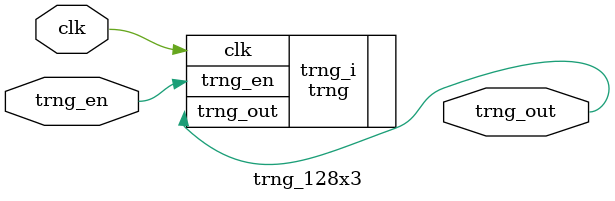
<source format=sv>


`default_nettype none

module trng_128x3 (
    input  clk,     // Sampling clock
    input  trng_en, // Enable all ring oscillators
    output trng_out // Output of the trng
);

    localparam NUM_OSCILLATORS = 128;
    localparam NUM_INVERTER = 3;

    trng #(
        .NUM_INVERTER       (NUM_INVERTER),
        .NUM_OSCILLATORS    (NUM_OSCILLATORS)
    ) trng_i (
        .clk        (clk),
        .trng_en    (trng_en),
        .trng_out   (trng_out)
    );

endmodule

</source>
